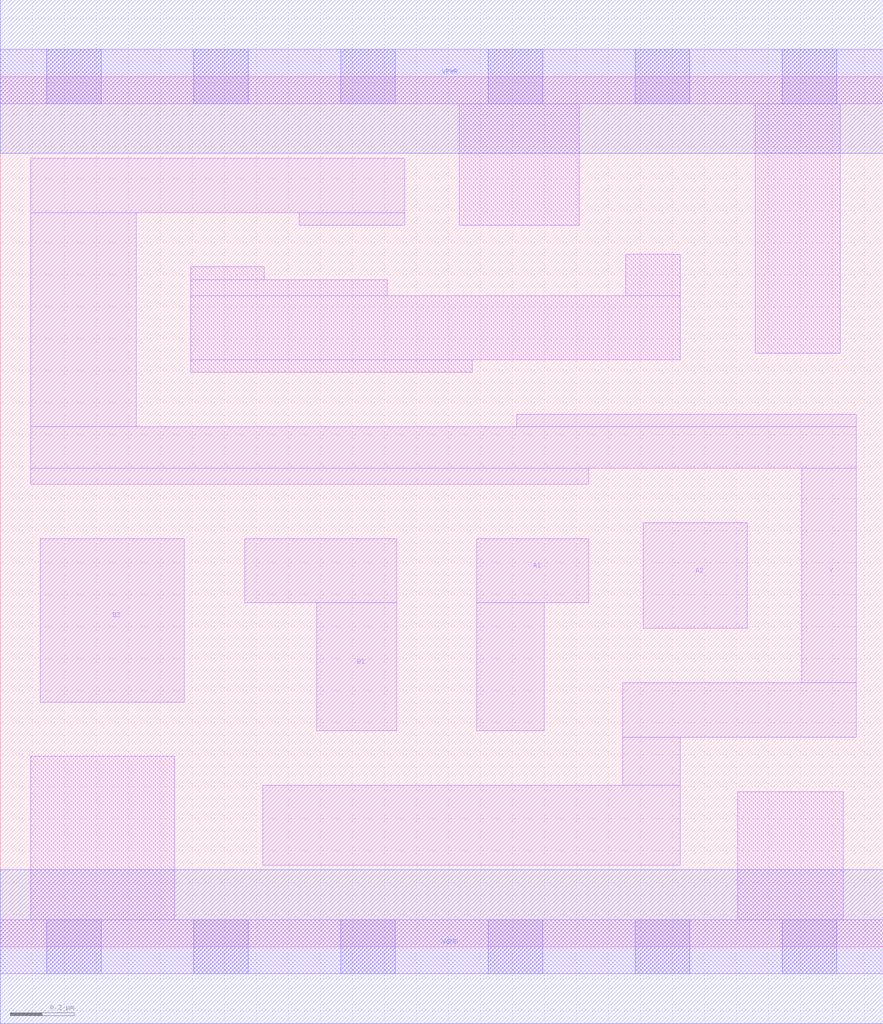
<source format=lef>
# Copyright 2020 The SkyWater PDK Authors
#
# Licensed under the Apache License, Version 2.0 (the "License");
# you may not use this file except in compliance with the License.
# You may obtain a copy of the License at
#
#     https://www.apache.org/licenses/LICENSE-2.0
#
# Unless required by applicable law or agreed to in writing, software
# distributed under the License is distributed on an "AS IS" BASIS,
# WITHOUT WARRANTIES OR CONDITIONS OF ANY KIND, either express or implied.
# See the License for the specific language governing permissions and
# limitations under the License.
#
# SPDX-License-Identifier: Apache-2.0

VERSION 5.7 ;
  NOWIREEXTENSIONATPIN ON ;
  DIVIDERCHAR "/" ;
  BUSBITCHARS "[]" ;
UNITS
  DATABASE MICRONS 200 ;
END UNITS
MACRO sky130_fd_sc_hd__a22oi_1
  CLASS CORE ;
  FOREIGN sky130_fd_sc_hd__a22oi_1 ;
  ORIGIN  0.000000  0.000000 ;
  SIZE  2.760000 BY  2.720000 ;
  SYMMETRY X Y R90 ;
  SITE unithd ;
  PIN A1
    ANTENNAGATEAREA  0.247500 ;
    DIRECTION INPUT ;
    USE SIGNAL ;
    PORT
      LAYER li1 ;
        RECT 1.490000 0.675000 1.700000 1.075000 ;
        RECT 1.490000 1.075000 1.840000 1.275000 ;
    END
  END A1
  PIN A2
    ANTENNAGATEAREA  0.247500 ;
    DIRECTION INPUT ;
    USE SIGNAL ;
    PORT
      LAYER li1 ;
        RECT 2.010000 0.995000 2.335000 1.325000 ;
    END
  END A2
  PIN B1
    ANTENNAGATEAREA  0.247500 ;
    DIRECTION INPUT ;
    USE SIGNAL ;
    PORT
      LAYER li1 ;
        RECT 0.765000 1.075000 1.240000 1.275000 ;
        RECT 0.990000 0.675000 1.240000 1.075000 ;
    END
  END B1
  PIN B2
    ANTENNAGATEAREA  0.247500 ;
    DIRECTION INPUT ;
    USE SIGNAL ;
    PORT
      LAYER li1 ;
        RECT 0.125000 0.765000 0.575000 1.275000 ;
    END
  END B2
  PIN Y
    ANTENNADIFFAREA  0.858000 ;
    DIRECTION OUTPUT ;
    USE SIGNAL ;
    PORT
      LAYER li1 ;
        RECT 0.095000 1.445000 1.840000 1.495000 ;
        RECT 0.095000 1.495000 2.675000 1.625000 ;
        RECT 0.095000 1.625000 0.425000 2.295000 ;
        RECT 0.095000 2.295000 1.265000 2.465000 ;
        RECT 0.820000 0.255000 2.125000 0.505000 ;
        RECT 0.935000 2.255000 1.265000 2.295000 ;
        RECT 1.615000 1.625000 2.675000 1.665000 ;
        RECT 1.945000 0.505000 2.125000 0.655000 ;
        RECT 1.945000 0.655000 2.675000 0.825000 ;
        RECT 2.505000 0.825000 2.675000 1.495000 ;
    END
  END Y
  PIN VGND
    DIRECTION INOUT ;
    SHAPE ABUTMENT ;
    USE GROUND ;
    PORT
      LAYER met1 ;
        RECT 0.000000 -0.240000 2.760000 0.240000 ;
    END
  END VGND
  PIN VPWR
    DIRECTION INOUT ;
    SHAPE ABUTMENT ;
    USE POWER ;
    PORT
      LAYER met1 ;
        RECT 0.000000 2.480000 2.760000 2.960000 ;
    END
  END VPWR
  OBS
    LAYER li1 ;
      RECT 0.000000 -0.085000 2.760000 0.085000 ;
      RECT 0.000000  2.635000 2.760000 2.805000 ;
      RECT 0.095000  0.085000 0.545000 0.595000 ;
      RECT 0.595000  1.795000 1.475000 1.835000 ;
      RECT 0.595000  1.835000 2.125000 2.035000 ;
      RECT 0.595000  2.035000 1.210000 2.085000 ;
      RECT 0.595000  2.085000 0.825000 2.125000 ;
      RECT 1.435000  2.255000 1.810000 2.635000 ;
      RECT 1.955000  2.035000 2.125000 2.165000 ;
      RECT 2.305000  0.085000 2.635000 0.485000 ;
      RECT 2.360000  1.855000 2.625000 2.635000 ;
    LAYER mcon ;
      RECT 0.145000 -0.085000 0.315000 0.085000 ;
      RECT 0.145000  2.635000 0.315000 2.805000 ;
      RECT 0.605000 -0.085000 0.775000 0.085000 ;
      RECT 0.605000  2.635000 0.775000 2.805000 ;
      RECT 1.065000 -0.085000 1.235000 0.085000 ;
      RECT 1.065000  2.635000 1.235000 2.805000 ;
      RECT 1.525000 -0.085000 1.695000 0.085000 ;
      RECT 1.525000  2.635000 1.695000 2.805000 ;
      RECT 1.985000 -0.085000 2.155000 0.085000 ;
      RECT 1.985000  2.635000 2.155000 2.805000 ;
      RECT 2.445000 -0.085000 2.615000 0.085000 ;
      RECT 2.445000  2.635000 2.615000 2.805000 ;
  END
END sky130_fd_sc_hd__a22oi_1
END LIBRARY

</source>
